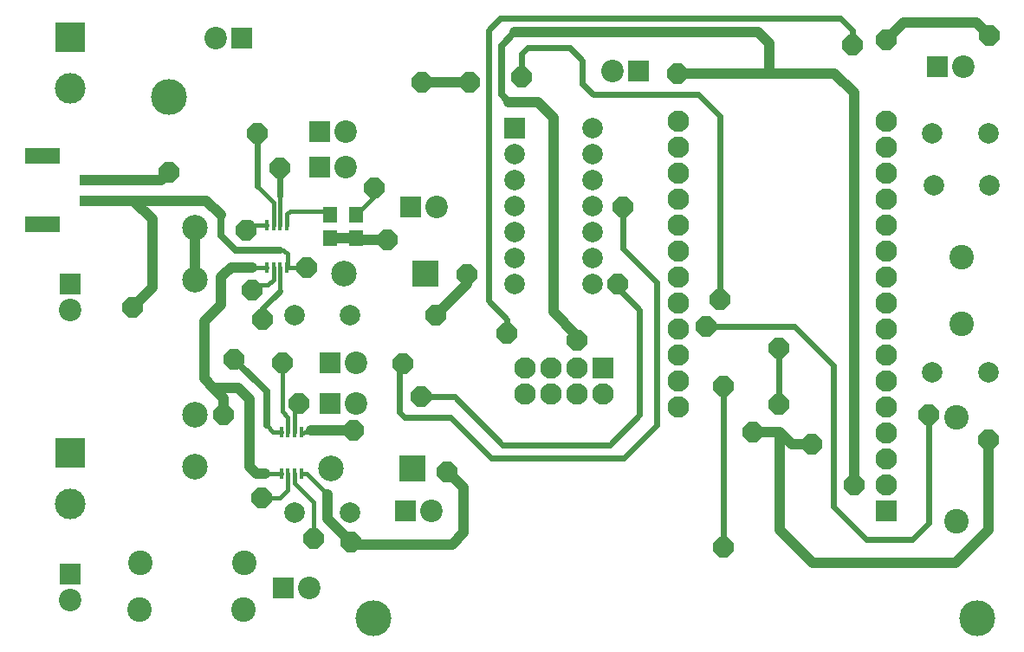
<source format=gbr>
G04 EasyPC Gerber Version 20.0.2 Build 4112 *
G04 #@! TF.Part,Single*
G04 #@! TF.FileFunction,Copper,L1,Top *
%FSLAX35Y35*%
%MOIN*%
G04 #@! TA.AperFunction,ViaPad*
%AMT28*0 Octagon Pad at angle 0*4,1,8,-0.01631,-0.03937,0.01631,-0.03937,0.03937,-0.01631,0.03937,0.01631,0.01631,0.03937,-0.01631,0.03937,-0.03937,0.01631,-0.03937,-0.01631,-0.01631,-0.03937,0*%
%ADD28T28*%
G04 #@! TA.AperFunction,SMDPad*
%ADD10R,0.01575X0.04331*%
%ADD24R,0.05500X0.06000*%
G04 #@! TA.AperFunction,ComponentPad*
%ADD18R,0.07874X0.07874*%
%ADD71R,0.08268X0.08268*%
%ADD23R,0.09843X0.09843*%
%ADD21R,0.11811X0.11811*%
G04 #@! TD.AperFunction*
%ADD16C,0.01575*%
%ADD73C,0.02362*%
%ADD72C,0.02500*%
%ADD29C,0.03937*%
G04 #@! TA.AperFunction,ComponentPad*
%ADD19C,0.07874*%
%ADD20C,0.08268*%
%ADD12C,0.08661*%
%ADD25C,0.09449*%
%ADD70C,0.09843*%
%ADD22C,0.11811*%
G04 #@! TA.AperFunction,WasherPad*
%ADD17C,0.13780*%
G04 #@! TA.AperFunction,SMDPad*
%ADD26R,0.14567X0.04331*%
%ADD27R,0.13780X0.06299*%
X0Y0D02*
D02*
D10*
X101883Y149688D03*
Y165830D03*
X104442Y149688D03*
Y165830D03*
X107001Y149688D03*
Y165830D03*
X107383Y70188D03*
Y86330D03*
X109560Y149688D03*
Y165830D03*
X109942Y70188D03*
Y86330D03*
X112501Y70188D03*
Y86330D03*
X115060Y70188D03*
Y86330D03*
D02*
D12*
X26221Y21459D03*
Y133259D03*
X82221Y237759D03*
X118221Y26259D03*
X132221Y188259D03*
Y201759D03*
X136206Y97259D03*
Y112759D03*
X165221Y55759D03*
X167221Y172759D03*
X234721Y225259D03*
X369721Y226759D03*
D02*
D16*
X99721Y60759D02*
X106931D01*
X109931Y63759*
Y69967*
X109942Y69978*
Y70188*
X101883Y149688D02*
X96221D01*
X101883Y165830D02*
X95221D01*
X104442Y149688D02*
Y144979D01*
X102221Y142759*
X98221*
X96221Y140759*
X104442Y165830D02*
Y174538D01*
X98221Y180759*
X106721Y156259D02*
X108221D01*
X109721Y154759*
Y149849*
X109560Y149688*
X107001D02*
Y140538D01*
Y165830D02*
Y177259D01*
X107383Y70188D02*
X101221D01*
X107383Y86330D02*
X104150D01*
X101721Y88759*
X109560Y149688D02*
X117221D01*
X109560Y165830D02*
Y170097D01*
X110721Y171259*
X124721*
X126221Y169759*
X109942Y86330D02*
Y92038D01*
X107721Y94259*
Y112759*
X112501Y70188D02*
Y66479D01*
X119721Y59259*
Y45259*
X112501Y86330D02*
Y95538D01*
X114221Y97259*
X115060Y70188D02*
X117292D01*
X125221Y62259*
X118721Y86759D02*
X115631Y85759D01*
X115060Y86330*
X143221Y180259D02*
Y176759D01*
X136221Y169759*
D02*
D17*
X64276Y215231D03*
X143017Y14444D03*
X375300D03*
D02*
D18*
X197221Y203259D03*
D02*
D19*
X112394Y55259D03*
Y131259D03*
X134048Y55259D03*
Y131259D03*
X197221Y143259D03*
Y153259D03*
Y163259D03*
Y173259D03*
Y183259D03*
Y193259D03*
X227221Y143259D03*
Y153259D03*
Y163259D03*
Y173259D03*
Y183259D03*
Y193259D03*
Y203259D03*
X357894Y109259D03*
Y201259D03*
X358394Y181259D03*
X379548Y109259D03*
Y201259D03*
X380048Y181259D03*
D02*
D70*
X74221Y72759D03*
Y92759D03*
Y144759D03*
Y164759D03*
X126473Y72137D03*
X131473Y147259D03*
D02*
D71*
X26221Y31459D03*
Y143259D03*
X92221Y237759D03*
X108221Y26259D03*
X122221Y188259D03*
Y201759D03*
X126206Y97259D03*
Y112759D03*
X155221Y55759D03*
X157221Y172759D03*
X231221Y110759D03*
X244721Y225259D03*
X340221Y55759D03*
X359721Y226759D03*
D02*
D20*
X201221Y100759D03*
Y110759D03*
X211221Y100759D03*
Y110759D03*
X221221Y100759D03*
Y110759D03*
X231221Y100759D03*
X260221Y95759D03*
Y105759D03*
Y115759D03*
Y125759D03*
Y135759D03*
Y145759D03*
Y155759D03*
Y165759D03*
Y175759D03*
Y185759D03*
Y195759D03*
Y205759D03*
X340221Y65759D03*
Y75759D03*
Y85759D03*
Y95759D03*
Y105759D03*
Y115759D03*
Y125759D03*
Y135759D03*
Y145759D03*
Y155759D03*
Y165759D03*
Y175759D03*
Y185759D03*
Y195759D03*
Y205759D03*
D02*
D21*
X26221Y78259D03*
Y238259D03*
D02*
D22*
Y58574D03*
Y218574D03*
D02*
D23*
X157969Y72137D03*
X162969Y147259D03*
D02*
D24*
X126221Y160759D03*
Y169759D03*
X136221Y160759D03*
Y169759D03*
D02*
D25*
X52721Y17759D03*
X53221Y35759D03*
X92721Y17759D03*
X93221Y35759D03*
X367221Y51759D03*
Y91759D03*
X369221Y127963D03*
Y153554D03*
D02*
D26*
X37343Y175385D03*
Y183259D03*
D02*
D27*
X15493Y166133D03*
Y192511D03*
D02*
D28*
X50221Y134259D03*
X64221Y186259D03*
X85221Y92759D03*
X89221Y114259D03*
X93721Y163759D03*
X96221Y140759D03*
X98221Y201259D03*
X99721Y60759D03*
X100221Y129546D03*
X107001Y187759D03*
X107721Y112759D03*
X114221Y97259D03*
X117221Y149688D03*
X119721Y45259D03*
X134221Y43759D03*
X135141Y86759D03*
X143221Y180259D03*
X148221Y160259D03*
X154111Y112448D03*
X161350Y99759D03*
X161600Y221027D03*
X166721Y131169D03*
X171209Y70759D03*
X178822Y146769D03*
X179821Y221027D03*
X194173Y124180D03*
X200039Y222774D03*
X221221Y121559D03*
X236721Y143259D03*
X238721Y172759D03*
X259721Y224259D03*
X270927Y126800D03*
X276169Y137284D03*
X277542Y41759D03*
Y103759D03*
X289024Y86239D03*
X298883Y96848D03*
Y118688D03*
X311613Y81622D03*
X327338Y235130D03*
X327721Y65759D03*
X340221Y237259D03*
X356417Y92854D03*
X379548Y83369D03*
X379721Y238759D03*
D02*
D29*
X37343Y175385D02*
X50595D01*
X37343Y183259D02*
X61221D01*
X64221Y186259*
X50595Y175385D02*
X78595D01*
X84221Y169759*
X50595Y175385D02*
X57721Y168259D01*
Y141759*
X50221Y134259*
X74221Y164759D02*
Y144759D01*
X81221Y103259D02*
X77721Y106759D01*
Y128759*
X84221Y135259*
Y145759*
X85221Y146759*
Y92759D02*
Y99259D01*
X81221Y103259*
X95221Y95259D02*
Y98759D01*
X90721Y103259*
X81221*
X95221Y165830D02*
Y165259D01*
X93721Y163759*
X96221Y149688D02*
X88150D01*
X85221Y146759*
X101221Y70188D02*
X97792D01*
X95221Y72759*
Y95259*
X125221Y62259D02*
Y52759D01*
X134221Y43759*
X126221Y160759D02*
X136221D01*
X135141Y86759D02*
X118721D01*
X148221Y160259D02*
X136721D01*
X136221Y160759*
X161600Y221027D02*
X179821D01*
X171209Y70759D02*
X171714D01*
X177699Y64773*
Y47550*
X173081Y42933*
X135018*
X134221Y43729*
Y43759*
X178822Y146769D02*
Y143270D01*
X166721Y131169*
X197293Y240122D02*
X290896D01*
X295264Y235754*
Y224259*
X221221Y121559D02*
Y123340D01*
X212145Y132417*
Y207298*
X206154Y213289*
X195047*
X289024Y86239D02*
X299257D01*
Y86115*
X299382*
X295264Y224259D02*
X259721D01*
X311613Y81622D02*
X303875D01*
X299382Y86115*
X327721Y65759D02*
Y216759D01*
X320221Y224259*
X295264*
X340221Y237259D02*
X346721Y243759D01*
X374721*
X379721Y238759*
X379548Y83369D02*
Y48716D01*
X366776Y35944*
X311863*
X299382Y48424*
Y86115*
D02*
D72*
X84221Y169759D02*
Y161759D01*
X89721Y156259*
X106721*
X101721Y88759D02*
Y101759D01*
X89221Y114259*
X195047Y213289D02*
X192052Y216284D01*
Y234880*
X197293Y240122*
D02*
D73*
X98221Y180759D02*
Y201259D01*
X107001Y140538D02*
X104721Y138259D01*
X104566*
X100221Y133914*
Y129546*
X107001Y177259D02*
Y187759D01*
X194173Y124180D02*
Y129671D01*
X187059Y136785*
Y240995*
X191677Y245613*
X322596*
X327338Y240870*
Y235130*
X236721Y143259D02*
Y141759D01*
X245221Y133259*
Y92759*
X233721Y81259*
X192676*
X174176Y99758*
Y99759*
X161350*
X238721Y172759D02*
Y156759D01*
X251721Y143759*
Y88759*
X239221Y76259*
X188183*
X172683Y91759*
X154988*
X152988Y93759*
Y112448*
X154111*
X270927Y126800D02*
X304749D01*
X319725Y111824*
Y57659*
X332455Y44930*
X350177*
X356417Y51170*
Y92854*
X276169Y137284D02*
Y207798D01*
X267807Y216159*
X227620*
X223377Y220403*
Y229389*
X218635Y234131*
X202161*
X200039Y232009*
Y222774*
X277542Y41759D02*
Y103759D01*
X298883Y96848D02*
Y118688D01*
X0Y0D02*
M02*

</source>
